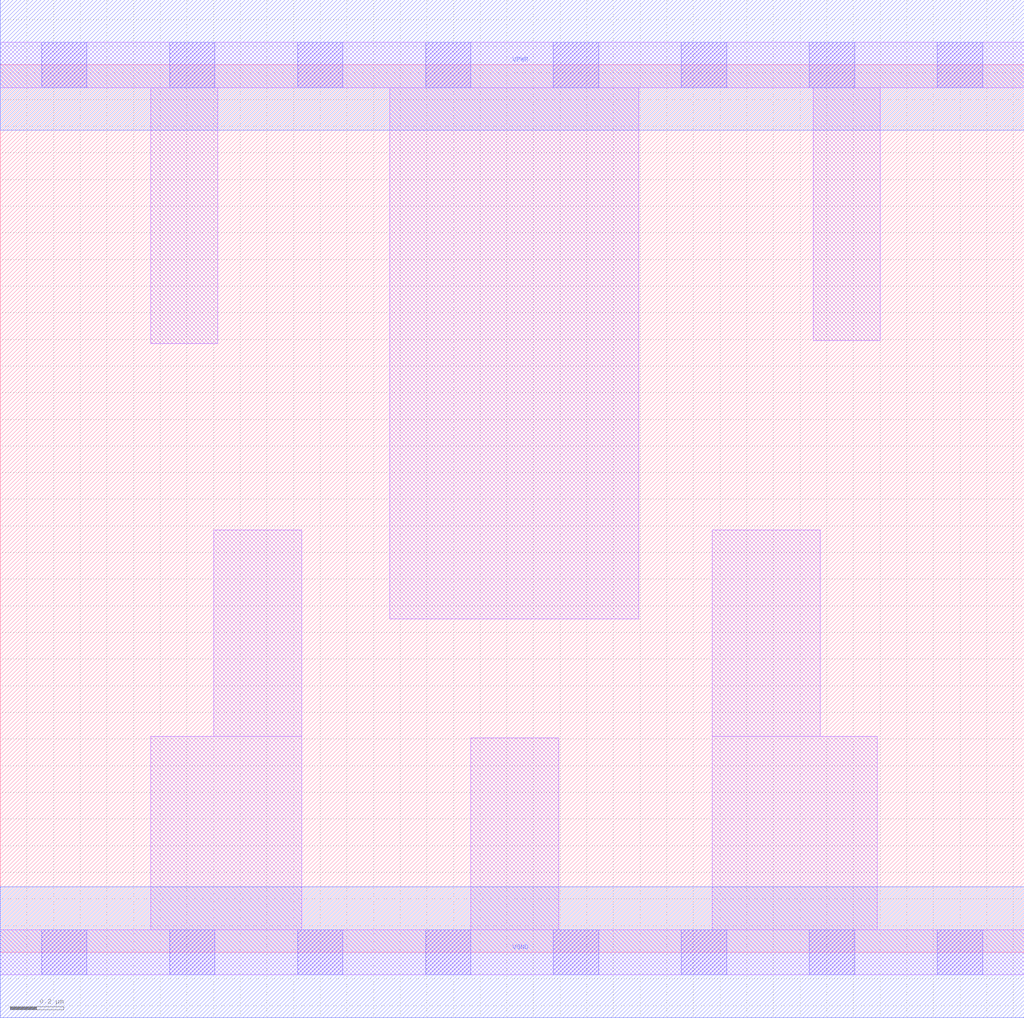
<source format=lef>
# Copyright 2020 The SkyWater PDK Authors
#
# Licensed under the Apache License, Version 2.0 (the "License");
# you may not use this file except in compliance with the License.
# You may obtain a copy of the License at
#
#     https://www.apache.org/licenses/LICENSE-2.0
#
# Unless required by applicable law or agreed to in writing, software
# distributed under the License is distributed on an "AS IS" BASIS,
# WITHOUT WARRANTIES OR CONDITIONS OF ANY KIND, either express or implied.
# See the License for the specific language governing permissions and
# limitations under the License.
#
# SPDX-License-Identifier: Apache-2.0

VERSION 5.5 ;
NAMESCASESENSITIVE ON ;
BUSBITCHARS "[]" ;
DIVIDERCHAR "/" ;
MACRO sky130_fd_sc_ls__decap_8
  CLASS CORE SPACER ;
  SOURCE USER ;
  ORIGIN  0.000000  0.000000 ;
  SIZE  3.840000 BY  3.330000 ;
  SYMMETRY X Y ;
  SITE unit ;
  PIN VGND
    DIRECTION INOUT ;
    SHAPE ABUTMENT ;
    USE GROUND ;
    PORT
      LAYER met1 ;
        RECT 0.000000 -0.245000 3.840000 0.245000 ;
    END
  END VGND
  PIN VNB
    DIRECTION INOUT ;
    USE GROUND ;
    PORT
    END
  END VNB
  PIN VPB
    DIRECTION INOUT ;
    USE POWER ;
    PORT
    END
  END VPB
  PIN VPWR
    DIRECTION INOUT ;
    SHAPE ABUTMENT ;
    USE POWER ;
    PORT
      LAYER met1 ;
        RECT 0.000000 3.085000 3.840000 3.575000 ;
    END
  END VPWR
  OBS
    LAYER li1 ;
      RECT 0.000000 -0.085000 3.840000 0.085000 ;
      RECT 0.000000  3.245000 3.840000 3.415000 ;
      RECT 0.565000  0.085000 1.130000 0.810000 ;
      RECT 0.565000  2.285000 0.815000 3.245000 ;
      RECT 0.800000  0.810000 1.130000 1.585000 ;
      RECT 1.460000  1.250000 2.395000 3.245000 ;
      RECT 1.765000  0.085000 2.095000 0.805000 ;
      RECT 2.670000  0.085000 3.290000 0.810000 ;
      RECT 2.670000  0.810000 3.075000 1.585000 ;
      RECT 3.050000  2.295000 3.300000 3.245000 ;
    LAYER mcon ;
      RECT 0.155000 -0.085000 0.325000 0.085000 ;
      RECT 0.155000  3.245000 0.325000 3.415000 ;
      RECT 0.635000 -0.085000 0.805000 0.085000 ;
      RECT 0.635000  3.245000 0.805000 3.415000 ;
      RECT 1.115000 -0.085000 1.285000 0.085000 ;
      RECT 1.115000  3.245000 1.285000 3.415000 ;
      RECT 1.595000 -0.085000 1.765000 0.085000 ;
      RECT 1.595000  3.245000 1.765000 3.415000 ;
      RECT 2.075000 -0.085000 2.245000 0.085000 ;
      RECT 2.075000  3.245000 2.245000 3.415000 ;
      RECT 2.555000 -0.085000 2.725000 0.085000 ;
      RECT 2.555000  3.245000 2.725000 3.415000 ;
      RECT 3.035000 -0.085000 3.205000 0.085000 ;
      RECT 3.035000  3.245000 3.205000 3.415000 ;
      RECT 3.515000 -0.085000 3.685000 0.085000 ;
      RECT 3.515000  3.245000 3.685000 3.415000 ;
  END
END sky130_fd_sc_ls__decap_8
END LIBRARY

</source>
